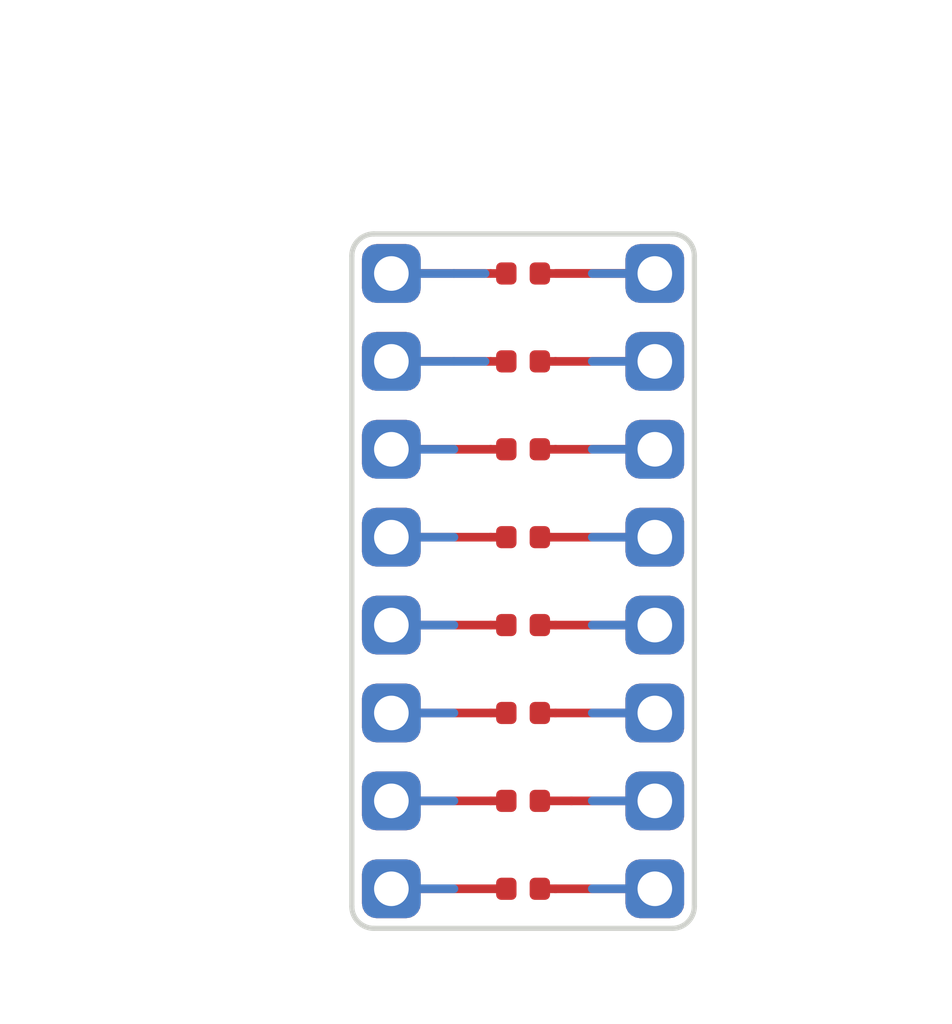
<source format=kicad_pcb>
(kicad_pcb (version 20171130) (host pcbnew "(5.0.2)-1")

  (general
    (thickness 1.6)
    (drawings 12)
    (tracks 51)
    (zones 0)
    (modules 10)
    (nets 17)
  )

  (page A4)
  (layers
    (0 F.Cu signal)
    (31 B.Cu signal)
    (32 B.Adhes user)
    (33 F.Adhes user)
    (34 B.Paste user)
    (35 F.Paste user)
    (36 B.SilkS user)
    (37 F.SilkS user)
    (38 B.Mask user)
    (39 F.Mask user)
    (40 Dwgs.User user)
    (41 Cmts.User user)
    (42 Eco1.User user)
    (43 Eco2.User user)
    (44 Edge.Cuts user)
    (45 Margin user)
    (46 B.CrtYd user)
    (47 F.CrtYd user)
    (48 B.Fab user)
    (49 F.Fab user)
  )

  (setup
    (last_trace_width 0.1524)
    (trace_clearance 0.1524)
    (zone_clearance 0.508)
    (zone_45_only no)
    (trace_min 0.1524)
    (segment_width 0.2)
    (edge_width 0.15)
    (via_size 0.8)
    (via_drill 0.4)
    (via_min_size 0.4)
    (via_min_drill 0.3)
    (uvia_size 0.3)
    (uvia_drill 0.1)
    (uvias_allowed no)
    (uvia_min_size 0.2)
    (uvia_min_drill 0.1)
    (pcb_text_width 0.3)
    (pcb_text_size 1.5 1.5)
    (mod_edge_width 0.15)
    (mod_text_size 1 1)
    (mod_text_width 0.15)
    (pad_size 2 2)
    (pad_drill 0)
    (pad_to_mask_clearance 0.0508)
    (aux_axis_origin 0 0)
    (visible_elements 7FFFFFFF)
    (pcbplotparams
      (layerselection 0x010ec_ffffffff)
      (usegerberextensions false)
      (usegerberattributes true)
      (usegerberadvancedattributes false)
      (creategerberjobfile false)
      (excludeedgelayer false)
      (linewidth 0.050000)
      (plotframeref false)
      (viasonmask false)
      (mode 1)
      (useauxorigin false)
      (hpglpennumber 1)
      (hpglpenspeed 20)
      (hpglpendiameter 15.000000)
      (psnegative false)
      (psa4output false)
      (plotreference false)
      (plotvalue false)
      (plotinvisibletext false)
      (padsonsilk true)
      (subtractmaskfromsilk false)
      (outputformat 1)
      (mirror false)
      (drillshape 0)
      (scaleselection 1)
      (outputdirectory "fab-files/"))
  )

  (net 0 "")
  (net 1 /14)
  (net 2 /3)
  (net 3 /4)
  (net 4 /13)
  (net 5 /16)
  (net 6 /1)
  (net 7 /2)
  (net 8 /15)
  (net 9 /5)
  (net 10 /6)
  (net 11 /7)
  (net 12 /8)
  (net 13 /9)
  (net 14 /10)
  (net 15 /11)
  (net 16 /12)

  (net_class Default "This is the default net class."
    (clearance 0.1524)
    (trace_width 0.1524)
    (via_dia 0.8)
    (via_drill 0.4)
    (uvia_dia 0.3)
    (uvia_drill 0.1)
    (add_net /1)
    (add_net /10)
    (add_net /11)
    (add_net /12)
    (add_net /13)
    (add_net /14)
    (add_net /15)
    (add_net /16)
    (add_net /2)
    (add_net /3)
    (add_net /4)
    (add_net /5)
    (add_net /6)
    (add_net /7)
    (add_net /8)
    (add_net /9)
  )

  (module SA_Resistors_SMD:R_0402_1005M (layer F.Cu) (tedit 5C59B3FE) (tstamp 5C5BA528)
    (at 125.73 78.74)
    (descr "Resistor SMD 0402 (1005 Metric), square (rectangular) end terminal, IPC_7351 nominal, (Body size source: http://www.tortai-tech.com/upload/download/2011102023233369053.pdf), generated with kicad-footprint-generator")
    (tags resistor)
    (path /5C2D4E6A)
    (attr smd)
    (fp_text reference R7 (at 0 -0.87) (layer F.SilkS) hide
      (effects (font (size 0.6 0.6) (thickness 0.127)))
    )
    (fp_text value R (at 0 0.7) (layer F.Fab)
      (effects (font (size 0.3 0.3) (thickness 0.03)))
    )
    (fp_text user %R (at 0 0) (layer F.Fab)
      (effects (font (size 0.25 0.25) (thickness 0.04)))
    )
    (fp_line (start 0.93 0.47) (end -0.93 0.47) (layer F.CrtYd) (width 0.05))
    (fp_line (start 0.93 -0.47) (end 0.93 0.47) (layer F.CrtYd) (width 0.05))
    (fp_line (start -0.93 -0.47) (end 0.93 -0.47) (layer F.CrtYd) (width 0.05))
    (fp_line (start -0.93 0.47) (end -0.93 -0.47) (layer F.CrtYd) (width 0.05))
    (fp_line (start 0.5 0.25) (end -0.5 0.25) (layer F.Fab) (width 0.1))
    (fp_line (start 0.5 -0.25) (end 0.5 0.25) (layer F.Fab) (width 0.1))
    (fp_line (start -0.5 -0.25) (end 0.5 -0.25) (layer F.Fab) (width 0.1))
    (fp_line (start -0.5 0.25) (end -0.5 -0.25) (layer F.Fab) (width 0.1))
    (pad 2 smd roundrect (at 0.485 0) (size 0.59 0.64) (layers F.Cu F.Paste F.Mask) (roundrect_rratio 0.25)
      (net 11 /7))
    (pad 1 smd roundrect (at -0.485 0) (size 0.59 0.64) (layers F.Cu F.Paste F.Mask) (roundrect_rratio 0.25)
      (net 14 /10))
    (model ${KISYS3DMOD}/Resistor_SMD.3dshapes/R_0402_1005Metric.wrl
      (at (xyz 0 0 0))
      (scale (xyz 1 1 1))
      (rotate (xyz 0 0 0))
    )
  )

  (module SA_Resistors_SMD:R_0402_1005M (layer F.Cu) (tedit 5C59B3F8) (tstamp 5C5BA51A)
    (at 125.73 76.2)
    (descr "Resistor SMD 0402 (1005 Metric), square (rectangular) end terminal, IPC_7351 nominal, (Body size source: http://www.tortai-tech.com/upload/download/2011102023233369053.pdf), generated with kicad-footprint-generator")
    (tags resistor)
    (path /5C2D4E64)
    (attr smd)
    (fp_text reference R6 (at 0 -0.87) (layer F.SilkS) hide
      (effects (font (size 0.6 0.6) (thickness 0.127)))
    )
    (fp_text value R (at 0 0.7) (layer F.Fab)
      (effects (font (size 0.3 0.3) (thickness 0.03)))
    )
    (fp_line (start -0.5 0.25) (end -0.5 -0.25) (layer F.Fab) (width 0.1))
    (fp_line (start -0.5 -0.25) (end 0.5 -0.25) (layer F.Fab) (width 0.1))
    (fp_line (start 0.5 -0.25) (end 0.5 0.25) (layer F.Fab) (width 0.1))
    (fp_line (start 0.5 0.25) (end -0.5 0.25) (layer F.Fab) (width 0.1))
    (fp_line (start -0.93 0.47) (end -0.93 -0.47) (layer F.CrtYd) (width 0.05))
    (fp_line (start -0.93 -0.47) (end 0.93 -0.47) (layer F.CrtYd) (width 0.05))
    (fp_line (start 0.93 -0.47) (end 0.93 0.47) (layer F.CrtYd) (width 0.05))
    (fp_line (start 0.93 0.47) (end -0.93 0.47) (layer F.CrtYd) (width 0.05))
    (fp_text user %R (at 0 0) (layer F.Fab)
      (effects (font (size 0.25 0.25) (thickness 0.04)))
    )
    (pad 1 smd roundrect (at -0.485 0) (size 0.59 0.64) (layers F.Cu F.Paste F.Mask) (roundrect_rratio 0.25)
      (net 15 /11))
    (pad 2 smd roundrect (at 0.485 0) (size 0.59 0.64) (layers F.Cu F.Paste F.Mask) (roundrect_rratio 0.25)
      (net 10 /6))
    (model ${KISYS3DMOD}/Resistor_SMD.3dshapes/R_0402_1005Metric.wrl
      (at (xyz 0 0 0))
      (scale (xyz 1 1 1))
      (rotate (xyz 0 0 0))
    )
  )

  (module SA_Resistors_SMD:R_0402_1005M (layer F.Cu) (tedit 5C59B3F2) (tstamp 5C5BA50C)
    (at 125.73 73.66)
    (descr "Resistor SMD 0402 (1005 Metric), square (rectangular) end terminal, IPC_7351 nominal, (Body size source: http://www.tortai-tech.com/upload/download/2011102023233369053.pdf), generated with kicad-footprint-generator")
    (tags resistor)
    (path /5C2D4E5E)
    (attr smd)
    (fp_text reference R5 (at 0 -0.87) (layer F.SilkS) hide
      (effects (font (size 0.6 0.6) (thickness 0.127)))
    )
    (fp_text value R (at 0 0.7) (layer F.Fab)
      (effects (font (size 0.3 0.3) (thickness 0.03)))
    )
    (fp_text user %R (at 0 0) (layer F.Fab)
      (effects (font (size 0.25 0.25) (thickness 0.04)))
    )
    (fp_line (start 0.93 0.47) (end -0.93 0.47) (layer F.CrtYd) (width 0.05))
    (fp_line (start 0.93 -0.47) (end 0.93 0.47) (layer F.CrtYd) (width 0.05))
    (fp_line (start -0.93 -0.47) (end 0.93 -0.47) (layer F.CrtYd) (width 0.05))
    (fp_line (start -0.93 0.47) (end -0.93 -0.47) (layer F.CrtYd) (width 0.05))
    (fp_line (start 0.5 0.25) (end -0.5 0.25) (layer F.Fab) (width 0.1))
    (fp_line (start 0.5 -0.25) (end 0.5 0.25) (layer F.Fab) (width 0.1))
    (fp_line (start -0.5 -0.25) (end 0.5 -0.25) (layer F.Fab) (width 0.1))
    (fp_line (start -0.5 0.25) (end -0.5 -0.25) (layer F.Fab) (width 0.1))
    (pad 2 smd roundrect (at 0.485 0) (size 0.59 0.64) (layers F.Cu F.Paste F.Mask) (roundrect_rratio 0.25)
      (net 9 /5))
    (pad 1 smd roundrect (at -0.485 0) (size 0.59 0.64) (layers F.Cu F.Paste F.Mask) (roundrect_rratio 0.25)
      (net 16 /12))
    (model ${KISYS3DMOD}/Resistor_SMD.3dshapes/R_0402_1005Metric.wrl
      (at (xyz 0 0 0))
      (scale (xyz 1 1 1))
      (rotate (xyz 0 0 0))
    )
  )

  (module SA_Resistors_SMD:R_0402_1005M (layer F.Cu) (tedit 5C59B3EA) (tstamp 5C5BA4E2)
    (at 125.73 68.58)
    (descr "Resistor SMD 0402 (1005 Metric), square (rectangular) end terminal, IPC_7351 nominal, (Body size source: http://www.tortai-tech.com/upload/download/2011102023233369053.pdf), generated with kicad-footprint-generator")
    (tags resistor)
    (path /5C2D4AD4)
    (attr smd)
    (fp_text reference R3 (at 0 -0.87) (layer F.SilkS) hide
      (effects (font (size 0.6 0.6) (thickness 0.127)))
    )
    (fp_text value R (at 0 0.7) (layer F.Fab)
      (effects (font (size 0.3 0.3) (thickness 0.03)))
    )
    (fp_line (start -0.5 0.25) (end -0.5 -0.25) (layer F.Fab) (width 0.1))
    (fp_line (start -0.5 -0.25) (end 0.5 -0.25) (layer F.Fab) (width 0.1))
    (fp_line (start 0.5 -0.25) (end 0.5 0.25) (layer F.Fab) (width 0.1))
    (fp_line (start 0.5 0.25) (end -0.5 0.25) (layer F.Fab) (width 0.1))
    (fp_line (start -0.93 0.47) (end -0.93 -0.47) (layer F.CrtYd) (width 0.05))
    (fp_line (start -0.93 -0.47) (end 0.93 -0.47) (layer F.CrtYd) (width 0.05))
    (fp_line (start 0.93 -0.47) (end 0.93 0.47) (layer F.CrtYd) (width 0.05))
    (fp_line (start 0.93 0.47) (end -0.93 0.47) (layer F.CrtYd) (width 0.05))
    (fp_text user %R (at 0 0) (layer F.Fab)
      (effects (font (size 0.25 0.25) (thickness 0.04)))
    )
    (pad 1 smd roundrect (at -0.485 0) (size 0.59 0.64) (layers F.Cu F.Paste F.Mask) (roundrect_rratio 0.25)
      (net 1 /14))
    (pad 2 smd roundrect (at 0.485 0) (size 0.59 0.64) (layers F.Cu F.Paste F.Mask) (roundrect_rratio 0.25)
      (net 2 /3))
    (model ${KISYS3DMOD}/Resistor_SMD.3dshapes/R_0402_1005Metric.wrl
      (at (xyz 0 0 0))
      (scale (xyz 1 1 1))
      (rotate (xyz 0 0 0))
    )
  )

  (module SA_Resistors_SMD:R_0402_1005M (layer F.Cu) (tedit 5C59B3E6) (tstamp 5C5BA4D4)
    (at 125.73 66.04)
    (descr "Resistor SMD 0402 (1005 Metric), square (rectangular) end terminal, IPC_7351 nominal, (Body size source: http://www.tortai-tech.com/upload/download/2011102023233369053.pdf), generated with kicad-footprint-generator")
    (tags resistor)
    (path /5C2D4AB6)
    (attr smd)
    (fp_text reference R2 (at 0 -0.87) (layer F.SilkS) hide
      (effects (font (size 0.6 0.6) (thickness 0.127)))
    )
    (fp_text value R (at 0 0.7) (layer F.Fab)
      (effects (font (size 0.3 0.3) (thickness 0.03)))
    )
    (fp_text user %R (at 0 0) (layer F.Fab)
      (effects (font (size 0.25 0.25) (thickness 0.04)))
    )
    (fp_line (start 0.93 0.47) (end -0.93 0.47) (layer F.CrtYd) (width 0.05))
    (fp_line (start 0.93 -0.47) (end 0.93 0.47) (layer F.CrtYd) (width 0.05))
    (fp_line (start -0.93 -0.47) (end 0.93 -0.47) (layer F.CrtYd) (width 0.05))
    (fp_line (start -0.93 0.47) (end -0.93 -0.47) (layer F.CrtYd) (width 0.05))
    (fp_line (start 0.5 0.25) (end -0.5 0.25) (layer F.Fab) (width 0.1))
    (fp_line (start 0.5 -0.25) (end 0.5 0.25) (layer F.Fab) (width 0.1))
    (fp_line (start -0.5 -0.25) (end 0.5 -0.25) (layer F.Fab) (width 0.1))
    (fp_line (start -0.5 0.25) (end -0.5 -0.25) (layer F.Fab) (width 0.1))
    (pad 2 smd roundrect (at 0.485 0) (size 0.59 0.64) (layers F.Cu F.Paste F.Mask) (roundrect_rratio 0.25)
      (net 7 /2))
    (pad 1 smd roundrect (at -0.485 0) (size 0.59 0.64) (layers F.Cu F.Paste F.Mask) (roundrect_rratio 0.25)
      (net 8 /15))
    (model ${KISYS3DMOD}/Resistor_SMD.3dshapes/R_0402_1005Metric.wrl
      (at (xyz 0 0 0))
      (scale (xyz 1 1 1))
      (rotate (xyz 0 0 0))
    )
  )

  (module SA_Resistors_SMD:R_0402_1005M (layer F.Cu) (tedit 5C59B3E1) (tstamp 5C5BA4C6)
    (at 125.73 63.5)
    (descr "Resistor SMD 0402 (1005 Metric), square (rectangular) end terminal, IPC_7351 nominal, (Body size source: http://www.tortai-tech.com/upload/download/2011102023233369053.pdf), generated with kicad-footprint-generator")
    (tags resistor)
    (path /5C2D4997)
    (attr smd)
    (fp_text reference R1 (at 0 -0.87) (layer F.SilkS) hide
      (effects (font (size 0.6 0.6) (thickness 0.127)))
    )
    (fp_text value R (at 0 0.7) (layer F.Fab)
      (effects (font (size 0.3 0.3) (thickness 0.03)))
    )
    (fp_line (start -0.5 0.25) (end -0.5 -0.25) (layer F.Fab) (width 0.1))
    (fp_line (start -0.5 -0.25) (end 0.5 -0.25) (layer F.Fab) (width 0.1))
    (fp_line (start 0.5 -0.25) (end 0.5 0.25) (layer F.Fab) (width 0.1))
    (fp_line (start 0.5 0.25) (end -0.5 0.25) (layer F.Fab) (width 0.1))
    (fp_line (start -0.93 0.47) (end -0.93 -0.47) (layer F.CrtYd) (width 0.05))
    (fp_line (start -0.93 -0.47) (end 0.93 -0.47) (layer F.CrtYd) (width 0.05))
    (fp_line (start 0.93 -0.47) (end 0.93 0.47) (layer F.CrtYd) (width 0.05))
    (fp_line (start 0.93 0.47) (end -0.93 0.47) (layer F.CrtYd) (width 0.05))
    (fp_text user %R (at 0 0) (layer F.Fab)
      (effects (font (size 0.25 0.25) (thickness 0.04)))
    )
    (pad 1 smd roundrect (at -0.485 0) (size 0.59 0.64) (layers F.Cu F.Paste F.Mask) (roundrect_rratio 0.25)
      (net 5 /16))
    (pad 2 smd roundrect (at 0.485 0) (size 0.59 0.64) (layers F.Cu F.Paste F.Mask) (roundrect_rratio 0.25)
      (net 6 /1))
    (model ${KISYS3DMOD}/Resistor_SMD.3dshapes/R_0402_1005Metric.wrl
      (at (xyz 0 0 0))
      (scale (xyz 1 1 1))
      (rotate (xyz 0 0 0))
    )
  )

  (module SA_Connectors_Pin_Headers_THT:PinHeader_1x08_P2.54mm_Vertical_Top (layer F.Cu) (tedit 5C59B408) (tstamp 5C32AFD8)
    (at 121.92 63.5)
    (descr "Through hole straight pin header, 1x08, 2.54mm pitch, single row")
    (tags "Through hole pin header THT 1x08 2.54mm single row")
    (path /5C2D562A)
    (fp_text reference J2 (at 0 -2.23) (layer F.SilkS) hide
      (effects (font (size 0.6 0.6) (thickness 0.127)))
    )
    (fp_text value Conn_01x08 (at 0 19.8) (layer F.Fab)
      (effects (font (size 0.3 0.3) (thickness 0.03)))
    )
    (fp_text user %R (at 0 8.89 90) (layer F.Fab)
      (effects (font (size 0.5 0.5) (thickness 0.05)))
    )
    (fp_line (start 1.8 -1.8) (end -1.8 -1.8) (layer F.CrtYd) (width 0.05))
    (fp_line (start 1.8 19.55) (end 1.8 -1.8) (layer F.CrtYd) (width 0.05))
    (fp_line (start -1.8 19.55) (end 1.8 19.55) (layer F.CrtYd) (width 0.05))
    (fp_line (start -1.8 -1.8) (end -1.8 19.55) (layer F.CrtYd) (width 0.05))
    (fp_line (start -1.27 -0.635) (end -0.635 -1.27) (layer F.Fab) (width 0.1))
    (fp_line (start -1.27 19.05) (end -1.27 -0.635) (layer F.Fab) (width 0.1))
    (fp_line (start 1.27 19.05) (end -1.27 19.05) (layer F.Fab) (width 0.1))
    (fp_line (start 1.27 -1.27) (end 1.27 19.05) (layer F.Fab) (width 0.1))
    (fp_line (start -0.635 -1.27) (end 1.27 -1.27) (layer F.Fab) (width 0.1))
    (pad 8 thru_hole roundrect (at 0 17.78) (size 1.7 1.7) (drill 1) (layers *.Cu *.Mask) (roundrect_rratio 0.25)
      (net 13 /9))
    (pad 7 thru_hole roundrect (at 0 15.24) (size 1.7 1.7) (drill 1) (layers *.Cu *.Mask) (roundrect_rratio 0.25)
      (net 14 /10))
    (pad 6 thru_hole roundrect (at 0 12.7) (size 1.7 1.7) (drill 1) (layers *.Cu *.Mask) (roundrect_rratio 0.25)
      (net 15 /11))
    (pad 5 thru_hole roundrect (at 0 10.16) (size 1.7 1.7) (drill 1) (layers *.Cu *.Mask) (roundrect_rratio 0.25)
      (net 16 /12))
    (pad 4 thru_hole roundrect (at 0 7.62) (size 1.7 1.7) (drill 1) (layers *.Cu *.Mask) (roundrect_rratio 0.25)
      (net 4 /13))
    (pad 3 thru_hole roundrect (at 0 5.08) (size 1.7 1.7) (drill 1) (layers *.Cu *.Mask) (roundrect_rratio 0.25)
      (net 1 /14))
    (pad 2 thru_hole roundrect (at 0 2.54) (size 1.7 1.7) (drill 1) (layers *.Cu *.Mask) (roundrect_rratio 0.25)
      (net 8 /15))
    (pad 1 thru_hole roundrect (at 0 0) (size 1.7 1.7) (drill 1) (layers *.Cu *.Mask) (roundrect_rratio 0.25)
      (net 5 /16))
    (model ${SA_LIB_3DSHAPES}/Packages/PinHeader_1x08_P2.54mm_Vertical_Top.step
      (at (xyz 0 0 0))
      (scale (xyz 1 1 1))
      (rotate (xyz 0 0 0))
    )
  )

  (module SA_Connectors_Pin_Headers_THT:PinHeader_1x08_P2.54mm_Vertical_Top (layer F.Cu) (tedit 5C59B402) (tstamp 5C32AFC3)
    (at 129.54 63.5)
    (descr "Through hole straight pin header, 1x08, 2.54mm pitch, single row")
    (tags "Through hole pin header THT 1x08 2.54mm single row")
    (path /5C2D4937)
    (fp_text reference J1 (at 0 -2.23) (layer F.SilkS) hide
      (effects (font (size 0.6 0.6) (thickness 0.127)))
    )
    (fp_text value Conn_01x08 (at 0 19.8) (layer F.Fab)
      (effects (font (size 0.3 0.3) (thickness 0.03)))
    )
    (fp_line (start -0.635 -1.27) (end 1.27 -1.27) (layer F.Fab) (width 0.1))
    (fp_line (start 1.27 -1.27) (end 1.27 19.05) (layer F.Fab) (width 0.1))
    (fp_line (start 1.27 19.05) (end -1.27 19.05) (layer F.Fab) (width 0.1))
    (fp_line (start -1.27 19.05) (end -1.27 -0.635) (layer F.Fab) (width 0.1))
    (fp_line (start -1.27 -0.635) (end -0.635 -1.27) (layer F.Fab) (width 0.1))
    (fp_line (start -1.8 -1.8) (end -1.8 19.55) (layer F.CrtYd) (width 0.05))
    (fp_line (start -1.8 19.55) (end 1.8 19.55) (layer F.CrtYd) (width 0.05))
    (fp_line (start 1.8 19.55) (end 1.8 -1.8) (layer F.CrtYd) (width 0.05))
    (fp_line (start 1.8 -1.8) (end -1.8 -1.8) (layer F.CrtYd) (width 0.05))
    (fp_text user %R (at 0 8.89 90) (layer F.Fab)
      (effects (font (size 0.5 0.5) (thickness 0.05)))
    )
    (pad 1 thru_hole roundrect (at 0 0) (size 1.7 1.7) (drill 1) (layers *.Cu *.Mask) (roundrect_rratio 0.25)
      (net 6 /1))
    (pad 2 thru_hole roundrect (at 0 2.54) (size 1.7 1.7) (drill 1) (layers *.Cu *.Mask) (roundrect_rratio 0.25)
      (net 7 /2))
    (pad 3 thru_hole roundrect (at 0 5.08) (size 1.7 1.7) (drill 1) (layers *.Cu *.Mask) (roundrect_rratio 0.25)
      (net 2 /3))
    (pad 4 thru_hole roundrect (at 0 7.62) (size 1.7 1.7) (drill 1) (layers *.Cu *.Mask) (roundrect_rratio 0.25)
      (net 3 /4))
    (pad 5 thru_hole roundrect (at 0 10.16) (size 1.7 1.7) (drill 1) (layers *.Cu *.Mask) (roundrect_rratio 0.25)
      (net 9 /5))
    (pad 6 thru_hole roundrect (at 0 12.7) (size 1.7 1.7) (drill 1) (layers *.Cu *.Mask) (roundrect_rratio 0.25)
      (net 10 /6))
    (pad 7 thru_hole roundrect (at 0 15.24) (size 1.7 1.7) (drill 1) (layers *.Cu *.Mask) (roundrect_rratio 0.25)
      (net 11 /7))
    (pad 8 thru_hole roundrect (at 0 17.78) (size 1.7 1.7) (drill 1) (layers *.Cu *.Mask) (roundrect_rratio 0.25)
      (net 12 /8))
    (model ${SA_LIB_3DSHAPES}/Packages/PinHeader_1x08_P2.54mm_Vertical_Top.step
      (at (xyz 0 0 0))
      (scale (xyz 1 1 1))
      (rotate (xyz 0 0 0))
    )
  )

  (module SA_Resistors_SMD:R_0402_1005M (layer F.Cu) (tedit 5C2D5023) (tstamp 5C3104D3)
    (at 125.73 71.12)
    (descr "Resistor SMD 0402 (1005 Metric), square (rectangular) end terminal, IPC_7351 nominal, (Body size source: http://www.tortai-tech.com/upload/download/2011102023233369053.pdf), generated with kicad-footprint-generator")
    (tags resistor)
    (path /5C2D4AF0)
    (attr smd)
    (fp_text reference R4 (at 0 -0.87) (layer F.SilkS) hide
      (effects (font (size 0.6 0.6) (thickness 0.127)))
    )
    (fp_text value R (at 0 0.7) (layer F.Fab)
      (effects (font (size 0.3 0.3) (thickness 0.03)))
    )
    (fp_text user %R (at 0 0) (layer F.Fab)
      (effects (font (size 0.25 0.25) (thickness 0.04)))
    )
    (fp_line (start 0.93 0.47) (end -0.93 0.47) (layer F.CrtYd) (width 0.05))
    (fp_line (start 0.93 -0.47) (end 0.93 0.47) (layer F.CrtYd) (width 0.05))
    (fp_line (start -0.93 -0.47) (end 0.93 -0.47) (layer F.CrtYd) (width 0.05))
    (fp_line (start -0.93 0.47) (end -0.93 -0.47) (layer F.CrtYd) (width 0.05))
    (fp_line (start 0.5 0.25) (end -0.5 0.25) (layer F.Fab) (width 0.1))
    (fp_line (start 0.5 -0.25) (end 0.5 0.25) (layer F.Fab) (width 0.1))
    (fp_line (start -0.5 -0.25) (end 0.5 -0.25) (layer F.Fab) (width 0.1))
    (fp_line (start -0.5 0.25) (end -0.5 -0.25) (layer F.Fab) (width 0.1))
    (pad 2 smd roundrect (at 0.485 0) (size 0.59 0.64) (layers F.Cu F.Paste F.Mask) (roundrect_rratio 0.25)
      (net 3 /4))
    (pad 1 smd roundrect (at -0.485 0) (size 0.59 0.64) (layers F.Cu F.Paste F.Mask) (roundrect_rratio 0.25)
      (net 4 /13))
    (model ${KISYS3DMOD}/Resistor_SMD.3dshapes/R_0402_1005Metric.wrl
      (at (xyz 0 0 0))
      (scale (xyz 1 1 1))
      (rotate (xyz 0 0 0))
    )
  )

  (module SA_Resistors_SMD:R_0402_1005M (layer F.Cu) (tedit 5C2D5063) (tstamp 5C3104C5)
    (at 125.73 81.28)
    (descr "Resistor SMD 0402 (1005 Metric), square (rectangular) end terminal, IPC_7351 nominal, (Body size source: http://www.tortai-tech.com/upload/download/2011102023233369053.pdf), generated with kicad-footprint-generator")
    (tags resistor)
    (path /5C2D4E70)
    (attr smd)
    (fp_text reference R8 (at 0 -0.87) (layer F.SilkS) hide
      (effects (font (size 0.6 0.6) (thickness 0.127)))
    )
    (fp_text value R (at 0 0.7) (layer F.Fab)
      (effects (font (size 0.3 0.3) (thickness 0.03)))
    )
    (fp_line (start -0.5 0.25) (end -0.5 -0.25) (layer F.Fab) (width 0.1))
    (fp_line (start -0.5 -0.25) (end 0.5 -0.25) (layer F.Fab) (width 0.1))
    (fp_line (start 0.5 -0.25) (end 0.5 0.25) (layer F.Fab) (width 0.1))
    (fp_line (start 0.5 0.25) (end -0.5 0.25) (layer F.Fab) (width 0.1))
    (fp_line (start -0.93 0.47) (end -0.93 -0.47) (layer F.CrtYd) (width 0.05))
    (fp_line (start -0.93 -0.47) (end 0.93 -0.47) (layer F.CrtYd) (width 0.05))
    (fp_line (start 0.93 -0.47) (end 0.93 0.47) (layer F.CrtYd) (width 0.05))
    (fp_line (start 0.93 0.47) (end -0.93 0.47) (layer F.CrtYd) (width 0.05))
    (fp_text user %R (at 0 0) (layer F.Fab)
      (effects (font (size 0.25 0.25) (thickness 0.04)))
    )
    (pad 1 smd roundrect (at -0.485 0) (size 0.59 0.64) (layers F.Cu F.Paste F.Mask) (roundrect_rratio 0.25)
      (net 13 /9))
    (pad 2 smd roundrect (at 0.485 0) (size 0.59 0.64) (layers F.Cu F.Paste F.Mask) (roundrect_rratio 0.25)
      (net 12 /8))
    (model ${KISYS3DMOD}/Resistor_SMD.3dshapes/R_0402_1005Metric.wrl
      (at (xyz 0 0 0))
      (scale (xyz 1 1 1))
      (rotate (xyz 0 0 0))
    )
  )

  (dimension 7.62 (width 0.3) (layer F.Fab)
    (gr_text "7.620 mm" (at 125.73 86.555) (layer F.Fab)
      (effects (font (size 1.5 1.5) (thickness 0.3)))
    )
    (feature1 (pts (xy 129.54 81.28) (xy 129.54 85.041421)))
    (feature2 (pts (xy 121.92 81.28) (xy 121.92 85.041421)))
    (crossbar (pts (xy 121.92 84.455) (xy 129.54 84.455)))
    (arrow1a (pts (xy 129.54 84.455) (xy 128.413496 85.041421)))
    (arrow1b (pts (xy 129.54 84.455) (xy 128.413496 83.868579)))
    (arrow2a (pts (xy 121.92 84.455) (xy 123.046504 85.041421)))
    (arrow2b (pts (xy 121.92 84.455) (xy 123.046504 83.868579)))
  )
  (dimension 2.54 (width 0.3) (layer F.Fab)
    (gr_text "2.540 mm" (at 116.137 80.01 90) (layer F.Fab)
      (effects (font (size 1.5 1.5) (thickness 0.3)))
    )
    (feature1 (pts (xy 121.92 78.74) (xy 117.650579 78.74)))
    (feature2 (pts (xy 121.92 81.28) (xy 117.650579 81.28)))
    (crossbar (pts (xy 118.237 81.28) (xy 118.237 78.74)))
    (arrow1a (pts (xy 118.237 78.74) (xy 118.823421 79.866504)))
    (arrow1b (pts (xy 118.237 78.74) (xy 117.650579 79.866504)))
    (arrow2a (pts (xy 118.237 81.28) (xy 118.823421 80.153496)))
    (arrow2b (pts (xy 118.237 81.28) (xy 117.650579 80.153496)))
  )
  (dimension 20.066 (width 0.3) (layer F.Fab)
    (gr_text "20.066 mm" (at 136.212 72.39 270) (layer F.Fab)
      (effects (font (size 1.5 1.5) (thickness 0.3)))
    )
    (feature1 (pts (xy 129.54 82.423) (xy 134.698421 82.423)))
    (feature2 (pts (xy 129.54 62.357) (xy 134.698421 62.357)))
    (crossbar (pts (xy 134.112 62.357) (xy 134.112 82.423)))
    (arrow1a (pts (xy 134.112 82.423) (xy 133.525579 81.296496)))
    (arrow1b (pts (xy 134.112 82.423) (xy 134.698421 81.296496)))
    (arrow2a (pts (xy 134.112 62.357) (xy 133.525579 63.483504)))
    (arrow2b (pts (xy 134.112 62.357) (xy 134.698421 63.483504)))
  )
  (dimension 9.906 (width 0.3) (layer F.Fab)
    (gr_text "9.906 mm" (at 125.73 56.701) (layer F.Fab)
      (effects (font (size 1.5 1.5) (thickness 0.3)))
    )
    (feature1 (pts (xy 130.683 63.5) (xy 130.683 58.214579)))
    (feature2 (pts (xy 120.777 63.5) (xy 120.777 58.214579)))
    (crossbar (pts (xy 120.777 58.801) (xy 130.683 58.801)))
    (arrow1a (pts (xy 130.683 58.801) (xy 129.556496 59.387421)))
    (arrow1b (pts (xy 130.683 58.801) (xy 129.556496 58.214579)))
    (arrow2a (pts (xy 120.777 58.801) (xy 121.903504 59.387421)))
    (arrow2b (pts (xy 120.777 58.801) (xy 121.903504 58.214579)))
  )
  (gr_line (start 130.683 81.788) (end 130.683 62.992) (layer Edge.Cuts) (width 0.15))
  (gr_line (start 121.412 82.423) (end 130.048 82.423) (layer Edge.Cuts) (width 0.15))
  (gr_line (start 120.777 62.992) (end 120.777 81.788) (layer Edge.Cuts) (width 0.15))
  (gr_line (start 130.048 62.357) (end 121.412 62.357) (layer Edge.Cuts) (width 0.15))
  (gr_arc (start 130.048 62.992) (end 130.683 62.992) (angle -90) (layer Edge.Cuts) (width 0.15) (tstamp 5C2D599C))
  (gr_arc (start 130.048 81.788) (end 130.048 82.423) (angle -90) (layer Edge.Cuts) (width 0.15) (tstamp 5C2D5999))
  (gr_arc (start 121.412 81.788) (end 120.777 81.788) (angle -90) (layer Edge.Cuts) (width 0.15) (tstamp 5C2D5996))
  (gr_arc (start 121.412 62.992) (end 121.412 62.357) (angle -90) (layer Edge.Cuts) (width 0.15))

  (segment (start 124.7925 68.58) (end 121.92 68.58) (width 0.25) (layer F.Cu) (net 1))
  (segment (start 123.73 68.58) (end 121.92 68.58) (width 0.25) (layer B.Cu) (net 1))
  (segment (start 124.7925 68.58) (end 125.245 68.58) (width 0.25) (layer F.Cu) (net 1))
  (segment (start 126.6675 68.58) (end 129.54 68.58) (width 0.25) (layer F.Cu) (net 2))
  (segment (start 127.73 68.58) (end 129.54 68.58) (width 0.25) (layer B.Cu) (net 2))
  (segment (start 126.6675 68.58) (end 126.215 68.58) (width 0.25) (layer F.Cu) (net 2))
  (segment (start 126.5175 71.12) (end 129.54 71.12) (width 0.25) (layer F.Cu) (net 3))
  (segment (start 127.73 71.12) (end 129.54 71.12) (width 0.25) (layer B.Cu) (net 3))
  (segment (start 126.5175 71.12) (end 126.215 71.12) (width 0.25) (layer F.Cu) (net 3))
  (segment (start 124.7925 71.12) (end 121.92 71.12) (width 0.25) (layer F.Cu) (net 4))
  (segment (start 123.73 71.12) (end 121.92 71.12) (width 0.25) (layer B.Cu) (net 4))
  (segment (start 124.7925 71.12) (end 125.245 71.12) (width 0.25) (layer F.Cu) (net 4))
  (segment (start 124.7925 63.5) (end 121.92 63.5) (width 0.25) (layer F.Cu) (net 5))
  (segment (start 123.73 63.5) (end 121.92 63.5) (width 0.25) (layer B.Cu) (net 5))
  (segment (start 123.73 63.5) (end 124.63 63.5) (width 0.25) (layer B.Cu) (net 5))
  (segment (start 124.7925 63.5) (end 125.245 63.5) (width 0.25) (layer F.Cu) (net 5))
  (segment (start 126.6675 63.5) (end 129.54 63.5) (width 0.25) (layer F.Cu) (net 6))
  (segment (start 126.5175 63.5) (end 129.54 63.5) (width 0.25) (layer F.Cu) (net 6))
  (segment (start 127.73 63.5) (end 129.54 63.5) (width 0.25) (layer B.Cu) (net 6))
  (segment (start 126.5175 63.5) (end 126.215 63.5) (width 0.25) (layer F.Cu) (net 6))
  (segment (start 126.6675 66.04) (end 129.54 66.04) (width 0.25) (layer F.Cu) (net 7))
  (segment (start 127.73 66.04) (end 129.54 66.04) (width 0.25) (layer B.Cu) (net 7))
  (segment (start 126.215 66.04) (end 126.6675 66.04) (width 0.25) (layer F.Cu) (net 7))
  (segment (start 124.7925 66.04) (end 121.92 66.04) (width 0.25) (layer F.Cu) (net 8))
  (segment (start 123.73 66.04) (end 124.63 66.04) (width 0.25) (layer B.Cu) (net 8))
  (segment (start 123.73 66.04) (end 121.92 66.04) (width 0.25) (layer B.Cu) (net 8))
  (segment (start 124.7925 66.04) (end 125.245 66.04) (width 0.25) (layer F.Cu) (net 8))
  (segment (start 126.6675 73.66) (end 129.54 73.66) (width 0.25) (layer F.Cu) (net 9))
  (segment (start 127.73 73.66) (end 129.54 73.66) (width 0.25) (layer B.Cu) (net 9))
  (segment (start 126.6675 73.66) (end 126.215 73.66) (width 0.25) (layer F.Cu) (net 9))
  (segment (start 126.6675 76.2) (end 129.54 76.2) (width 0.25) (layer F.Cu) (net 10))
  (segment (start 127.73 76.2) (end 129.54 76.2) (width 0.25) (layer B.Cu) (net 10))
  (segment (start 126.6675 76.2) (end 126.215 76.2) (width 0.25) (layer F.Cu) (net 10))
  (segment (start 127.13 78.74) (end 129.54 78.74) (width 0.25) (layer F.Cu) (net 11))
  (segment (start 127.73 78.74) (end 129.54 78.74) (width 0.25) (layer B.Cu) (net 11))
  (segment (start 127.13 78.74) (end 126.215 78.74) (width 0.25) (layer F.Cu) (net 11))
  (segment (start 126.6675 81.28) (end 129.54 81.28) (width 0.25) (layer F.Cu) (net 12))
  (segment (start 127.73 81.28) (end 129.54 81.28) (width 0.25) (layer B.Cu) (net 12))
  (segment (start 126.6675 81.28) (end 126.215 81.28) (width 0.25) (layer F.Cu) (net 12))
  (segment (start 124.9425 81.28) (end 121.92 81.28) (width 0.25) (layer F.Cu) (net 13))
  (segment (start 123.73 81.28) (end 121.92 81.28) (width 0.25) (layer B.Cu) (net 13))
  (segment (start 124.9425 81.28) (end 125.245 81.28) (width 0.25) (layer F.Cu) (net 13))
  (segment (start 124.7925 78.74) (end 121.92 78.74) (width 0.25) (layer F.Cu) (net 14))
  (segment (start 123.73 78.74) (end 121.92 78.74) (width 0.25) (layer B.Cu) (net 14))
  (segment (start 124.7925 78.74) (end 125.245 78.74) (width 0.25) (layer F.Cu) (net 14))
  (segment (start 124.7925 76.2) (end 121.92 76.2) (width 0.25) (layer F.Cu) (net 15))
  (segment (start 123.73 76.2) (end 121.92 76.2) (width 0.25) (layer B.Cu) (net 15))
  (segment (start 124.7925 76.2) (end 125.245 76.2) (width 0.25) (layer F.Cu) (net 15))
  (segment (start 124.7925 73.66) (end 121.92 73.66) (width 0.25) (layer F.Cu) (net 16))
  (segment (start 123.73 73.66) (end 121.92 73.66) (width 0.25) (layer B.Cu) (net 16))
  (segment (start 124.7925 73.66) (end 125.245 73.66) (width 0.25) (layer F.Cu) (net 16))

)

</source>
